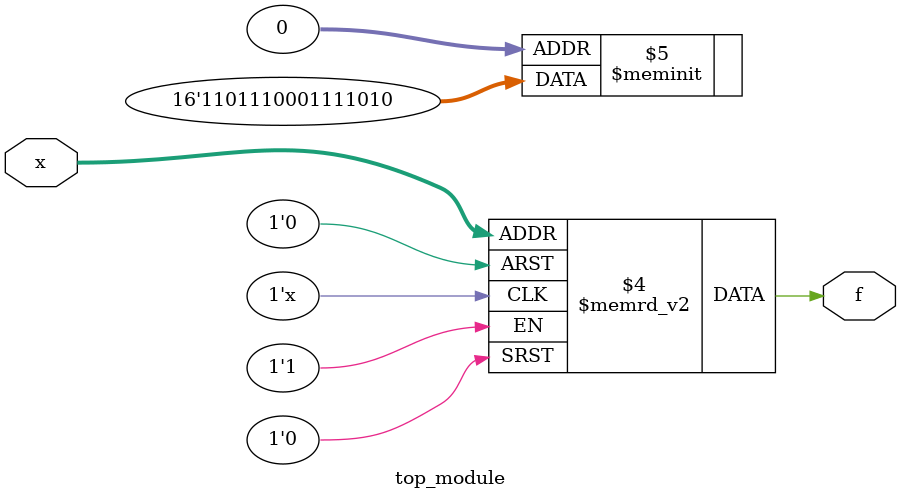
<source format=sv>
module top_module (
    input [4:1] x,
    output logic f
);

always_comb begin
    case (x)
        4'b0001, 4'b0011, 4'b1011, 4'b1111: f = 1'b1;
        4'b0100, 4'b0101, 4'b0110, 4'b1010, 4'b1100, 4'b1110: f = 1'b1; // Don't care conditions
        default: f = 1'b0;
    endcase
end

endmodule

</source>
